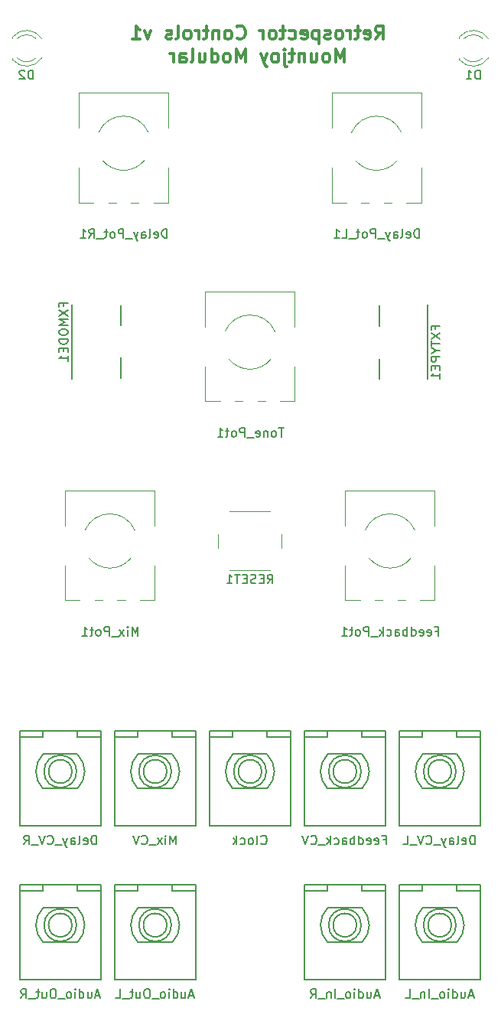
<source format=gbr>
G04 #@! TF.GenerationSoftware,KiCad,Pcbnew,(5.1.5)-3*
G04 #@! TF.CreationDate,2020-10-12T14:36:57+01:00*
G04 #@! TF.ProjectId,Retrospector_Controls,52657472-6f73-4706-9563-746f725f436f,rev?*
G04 #@! TF.SameCoordinates,Original*
G04 #@! TF.FileFunction,Legend,Bot*
G04 #@! TF.FilePolarity,Positive*
%FSLAX46Y46*%
G04 Gerber Fmt 4.6, Leading zero omitted, Abs format (unit mm)*
G04 Created by KiCad (PCBNEW (5.1.5)-3) date 2020-10-12 14:36:57*
%MOMM*%
%LPD*%
G04 APERTURE LIST*
%ADD10C,0.300000*%
%ADD11C,0.150000*%
%ADD12C,0.120000*%
G04 APERTURE END LIST*
D10*
X143900000Y-53003571D02*
X144400000Y-52289285D01*
X144757142Y-53003571D02*
X144757142Y-51503571D01*
X144185714Y-51503571D01*
X144042857Y-51575000D01*
X143971428Y-51646428D01*
X143900000Y-51789285D01*
X143900000Y-52003571D01*
X143971428Y-52146428D01*
X144042857Y-52217857D01*
X144185714Y-52289285D01*
X144757142Y-52289285D01*
X142685714Y-52932142D02*
X142828571Y-53003571D01*
X143114285Y-53003571D01*
X143257142Y-52932142D01*
X143328571Y-52789285D01*
X143328571Y-52217857D01*
X143257142Y-52075000D01*
X143114285Y-52003571D01*
X142828571Y-52003571D01*
X142685714Y-52075000D01*
X142614285Y-52217857D01*
X142614285Y-52360714D01*
X143328571Y-52503571D01*
X142185714Y-52003571D02*
X141614285Y-52003571D01*
X141971428Y-51503571D02*
X141971428Y-52789285D01*
X141900000Y-52932142D01*
X141757142Y-53003571D01*
X141614285Y-53003571D01*
X141114285Y-53003571D02*
X141114285Y-52003571D01*
X141114285Y-52289285D02*
X141042857Y-52146428D01*
X140971428Y-52075000D01*
X140828571Y-52003571D01*
X140685714Y-52003571D01*
X139971428Y-53003571D02*
X140114285Y-52932142D01*
X140185714Y-52860714D01*
X140257142Y-52717857D01*
X140257142Y-52289285D01*
X140185714Y-52146428D01*
X140114285Y-52075000D01*
X139971428Y-52003571D01*
X139757142Y-52003571D01*
X139614285Y-52075000D01*
X139542857Y-52146428D01*
X139471428Y-52289285D01*
X139471428Y-52717857D01*
X139542857Y-52860714D01*
X139614285Y-52932142D01*
X139757142Y-53003571D01*
X139971428Y-53003571D01*
X138900000Y-52932142D02*
X138757142Y-53003571D01*
X138471428Y-53003571D01*
X138328571Y-52932142D01*
X138257142Y-52789285D01*
X138257142Y-52717857D01*
X138328571Y-52575000D01*
X138471428Y-52503571D01*
X138685714Y-52503571D01*
X138828571Y-52432142D01*
X138900000Y-52289285D01*
X138900000Y-52217857D01*
X138828571Y-52075000D01*
X138685714Y-52003571D01*
X138471428Y-52003571D01*
X138328571Y-52075000D01*
X137614285Y-52003571D02*
X137614285Y-53503571D01*
X137614285Y-52075000D02*
X137471428Y-52003571D01*
X137185714Y-52003571D01*
X137042857Y-52075000D01*
X136971428Y-52146428D01*
X136900000Y-52289285D01*
X136900000Y-52717857D01*
X136971428Y-52860714D01*
X137042857Y-52932142D01*
X137185714Y-53003571D01*
X137471428Y-53003571D01*
X137614285Y-52932142D01*
X135685714Y-52932142D02*
X135828571Y-53003571D01*
X136114285Y-53003571D01*
X136257142Y-52932142D01*
X136328571Y-52789285D01*
X136328571Y-52217857D01*
X136257142Y-52075000D01*
X136114285Y-52003571D01*
X135828571Y-52003571D01*
X135685714Y-52075000D01*
X135614285Y-52217857D01*
X135614285Y-52360714D01*
X136328571Y-52503571D01*
X134328571Y-52932142D02*
X134471428Y-53003571D01*
X134757142Y-53003571D01*
X134900000Y-52932142D01*
X134971428Y-52860714D01*
X135042857Y-52717857D01*
X135042857Y-52289285D01*
X134971428Y-52146428D01*
X134900000Y-52075000D01*
X134757142Y-52003571D01*
X134471428Y-52003571D01*
X134328571Y-52075000D01*
X133900000Y-52003571D02*
X133328571Y-52003571D01*
X133685714Y-51503571D02*
X133685714Y-52789285D01*
X133614285Y-52932142D01*
X133471428Y-53003571D01*
X133328571Y-53003571D01*
X132614285Y-53003571D02*
X132757142Y-52932142D01*
X132828571Y-52860714D01*
X132900000Y-52717857D01*
X132900000Y-52289285D01*
X132828571Y-52146428D01*
X132757142Y-52075000D01*
X132614285Y-52003571D01*
X132400000Y-52003571D01*
X132257142Y-52075000D01*
X132185714Y-52146428D01*
X132114285Y-52289285D01*
X132114285Y-52717857D01*
X132185714Y-52860714D01*
X132257142Y-52932142D01*
X132400000Y-53003571D01*
X132614285Y-53003571D01*
X131471428Y-53003571D02*
X131471428Y-52003571D01*
X131471428Y-52289285D02*
X131400000Y-52146428D01*
X131328571Y-52075000D01*
X131185714Y-52003571D01*
X131042857Y-52003571D01*
X128542857Y-52860714D02*
X128614285Y-52932142D01*
X128828571Y-53003571D01*
X128971428Y-53003571D01*
X129185714Y-52932142D01*
X129328571Y-52789285D01*
X129400000Y-52646428D01*
X129471428Y-52360714D01*
X129471428Y-52146428D01*
X129400000Y-51860714D01*
X129328571Y-51717857D01*
X129185714Y-51575000D01*
X128971428Y-51503571D01*
X128828571Y-51503571D01*
X128614285Y-51575000D01*
X128542857Y-51646428D01*
X127685714Y-53003571D02*
X127828571Y-52932142D01*
X127900000Y-52860714D01*
X127971428Y-52717857D01*
X127971428Y-52289285D01*
X127900000Y-52146428D01*
X127828571Y-52075000D01*
X127685714Y-52003571D01*
X127471428Y-52003571D01*
X127328571Y-52075000D01*
X127257142Y-52146428D01*
X127185714Y-52289285D01*
X127185714Y-52717857D01*
X127257142Y-52860714D01*
X127328571Y-52932142D01*
X127471428Y-53003571D01*
X127685714Y-53003571D01*
X126542857Y-52003571D02*
X126542857Y-53003571D01*
X126542857Y-52146428D02*
X126471428Y-52075000D01*
X126328571Y-52003571D01*
X126114285Y-52003571D01*
X125971428Y-52075000D01*
X125900000Y-52217857D01*
X125900000Y-53003571D01*
X125400000Y-52003571D02*
X124828571Y-52003571D01*
X125185714Y-51503571D02*
X125185714Y-52789285D01*
X125114285Y-52932142D01*
X124971428Y-53003571D01*
X124828571Y-53003571D01*
X124328571Y-53003571D02*
X124328571Y-52003571D01*
X124328571Y-52289285D02*
X124257142Y-52146428D01*
X124185714Y-52075000D01*
X124042857Y-52003571D01*
X123900000Y-52003571D01*
X123185714Y-53003571D02*
X123328571Y-52932142D01*
X123400000Y-52860714D01*
X123471428Y-52717857D01*
X123471428Y-52289285D01*
X123400000Y-52146428D01*
X123328571Y-52075000D01*
X123185714Y-52003571D01*
X122971428Y-52003571D01*
X122828571Y-52075000D01*
X122757142Y-52146428D01*
X122685714Y-52289285D01*
X122685714Y-52717857D01*
X122757142Y-52860714D01*
X122828571Y-52932142D01*
X122971428Y-53003571D01*
X123185714Y-53003571D01*
X121828571Y-53003571D02*
X121971428Y-52932142D01*
X122042857Y-52789285D01*
X122042857Y-51503571D01*
X121328571Y-52932142D02*
X121185714Y-53003571D01*
X120900000Y-53003571D01*
X120757142Y-52932142D01*
X120685714Y-52789285D01*
X120685714Y-52717857D01*
X120757142Y-52575000D01*
X120900000Y-52503571D01*
X121114285Y-52503571D01*
X121257142Y-52432142D01*
X121328571Y-52289285D01*
X121328571Y-52217857D01*
X121257142Y-52075000D01*
X121114285Y-52003571D01*
X120900000Y-52003571D01*
X120757142Y-52075000D01*
X119042857Y-52003571D02*
X118685714Y-53003571D01*
X118328571Y-52003571D01*
X116971428Y-53003571D02*
X117828571Y-53003571D01*
X117400000Y-53003571D02*
X117400000Y-51503571D01*
X117542857Y-51717857D01*
X117685714Y-51860714D01*
X117828571Y-51932142D01*
X140471428Y-55553571D02*
X140471428Y-54053571D01*
X139971428Y-55125000D01*
X139471428Y-54053571D01*
X139471428Y-55553571D01*
X138542857Y-55553571D02*
X138685714Y-55482142D01*
X138757142Y-55410714D01*
X138828571Y-55267857D01*
X138828571Y-54839285D01*
X138757142Y-54696428D01*
X138685714Y-54625000D01*
X138542857Y-54553571D01*
X138328571Y-54553571D01*
X138185714Y-54625000D01*
X138114285Y-54696428D01*
X138042857Y-54839285D01*
X138042857Y-55267857D01*
X138114285Y-55410714D01*
X138185714Y-55482142D01*
X138328571Y-55553571D01*
X138542857Y-55553571D01*
X136757142Y-54553571D02*
X136757142Y-55553571D01*
X137400000Y-54553571D02*
X137400000Y-55339285D01*
X137328571Y-55482142D01*
X137185714Y-55553571D01*
X136971428Y-55553571D01*
X136828571Y-55482142D01*
X136757142Y-55410714D01*
X136042857Y-54553571D02*
X136042857Y-55553571D01*
X136042857Y-54696428D02*
X135971428Y-54625000D01*
X135828571Y-54553571D01*
X135614285Y-54553571D01*
X135471428Y-54625000D01*
X135400000Y-54767857D01*
X135400000Y-55553571D01*
X134900000Y-54553571D02*
X134328571Y-54553571D01*
X134685714Y-54053571D02*
X134685714Y-55339285D01*
X134614285Y-55482142D01*
X134471428Y-55553571D01*
X134328571Y-55553571D01*
X133828571Y-54553571D02*
X133828571Y-55839285D01*
X133900000Y-55982142D01*
X134042857Y-56053571D01*
X134114285Y-56053571D01*
X133828571Y-54053571D02*
X133900000Y-54125000D01*
X133828571Y-54196428D01*
X133757142Y-54125000D01*
X133828571Y-54053571D01*
X133828571Y-54196428D01*
X132900000Y-55553571D02*
X133042857Y-55482142D01*
X133114285Y-55410714D01*
X133185714Y-55267857D01*
X133185714Y-54839285D01*
X133114285Y-54696428D01*
X133042857Y-54625000D01*
X132900000Y-54553571D01*
X132685714Y-54553571D01*
X132542857Y-54625000D01*
X132471428Y-54696428D01*
X132400000Y-54839285D01*
X132400000Y-55267857D01*
X132471428Y-55410714D01*
X132542857Y-55482142D01*
X132685714Y-55553571D01*
X132900000Y-55553571D01*
X131900000Y-54553571D02*
X131542857Y-55553571D01*
X131185714Y-54553571D02*
X131542857Y-55553571D01*
X131685714Y-55910714D01*
X131757142Y-55982142D01*
X131900000Y-56053571D01*
X129471428Y-55553571D02*
X129471428Y-54053571D01*
X128971428Y-55125000D01*
X128471428Y-54053571D01*
X128471428Y-55553571D01*
X127542857Y-55553571D02*
X127685714Y-55482142D01*
X127757142Y-55410714D01*
X127828571Y-55267857D01*
X127828571Y-54839285D01*
X127757142Y-54696428D01*
X127685714Y-54625000D01*
X127542857Y-54553571D01*
X127328571Y-54553571D01*
X127185714Y-54625000D01*
X127114285Y-54696428D01*
X127042857Y-54839285D01*
X127042857Y-55267857D01*
X127114285Y-55410714D01*
X127185714Y-55482142D01*
X127328571Y-55553571D01*
X127542857Y-55553571D01*
X125757142Y-55553571D02*
X125757142Y-54053571D01*
X125757142Y-55482142D02*
X125900000Y-55553571D01*
X126185714Y-55553571D01*
X126328571Y-55482142D01*
X126400000Y-55410714D01*
X126471428Y-55267857D01*
X126471428Y-54839285D01*
X126400000Y-54696428D01*
X126328571Y-54625000D01*
X126185714Y-54553571D01*
X125900000Y-54553571D01*
X125757142Y-54625000D01*
X124400000Y-54553571D02*
X124400000Y-55553571D01*
X125042857Y-54553571D02*
X125042857Y-55339285D01*
X124971428Y-55482142D01*
X124828571Y-55553571D01*
X124614285Y-55553571D01*
X124471428Y-55482142D01*
X124400000Y-55410714D01*
X123471428Y-55553571D02*
X123614285Y-55482142D01*
X123685714Y-55339285D01*
X123685714Y-54053571D01*
X122257142Y-55553571D02*
X122257142Y-54767857D01*
X122328571Y-54625000D01*
X122471428Y-54553571D01*
X122757142Y-54553571D01*
X122900000Y-54625000D01*
X122257142Y-55482142D02*
X122400000Y-55553571D01*
X122757142Y-55553571D01*
X122900000Y-55482142D01*
X122971428Y-55339285D01*
X122971428Y-55196428D01*
X122900000Y-55053571D01*
X122757142Y-54982142D01*
X122400000Y-54982142D01*
X122257142Y-54910714D01*
X121542857Y-55553571D02*
X121542857Y-54553571D01*
X121542857Y-54839285D02*
X121471428Y-54696428D01*
X121400000Y-54625000D01*
X121257142Y-54553571D01*
X121114285Y-54553571D01*
D11*
X110300000Y-151000000D02*
G75*
G03X110300000Y-151000000I-1300000J0D01*
G01*
X104500000Y-157000000D02*
X113500000Y-157000000D01*
X104500000Y-146500000D02*
X113500000Y-146500000D01*
X104500000Y-157000000D02*
X104500000Y-146500000D01*
X113500000Y-157000000D02*
X113500000Y-146500000D01*
X110796051Y-151000000D02*
G75*
G03X110796051Y-151000000I-1796051J0D01*
G01*
X107095000Y-152905000D02*
X110905000Y-152905000D01*
X110905000Y-149095000D02*
X107095000Y-149095000D01*
X107095000Y-152905000D02*
G75*
G02X107095000Y-149095000I1905000J1905000D01*
G01*
X110905000Y-149095000D02*
G75*
G02X110905000Y-152905000I-1905000J-1905000D01*
G01*
X110905000Y-147190000D02*
X113445000Y-147190000D01*
X110905000Y-146555000D02*
X110905000Y-147190000D01*
X107095000Y-146555000D02*
X110905000Y-146555000D01*
X107095000Y-147190000D02*
X107095000Y-146555000D01*
X104555000Y-147190000D02*
X107095000Y-147190000D01*
X120800000Y-134000000D02*
G75*
G03X120800000Y-134000000I-1300000J0D01*
G01*
X115000000Y-140000000D02*
X124000000Y-140000000D01*
X115000000Y-129500000D02*
X124000000Y-129500000D01*
X115000000Y-140000000D02*
X115000000Y-129500000D01*
X124000000Y-140000000D02*
X124000000Y-129500000D01*
X121296051Y-134000000D02*
G75*
G03X121296051Y-134000000I-1796051J0D01*
G01*
X117595000Y-135905000D02*
X121405000Y-135905000D01*
X121405000Y-132095000D02*
X117595000Y-132095000D01*
X117595000Y-135905000D02*
G75*
G02X117595000Y-132095000I1905000J1905000D01*
G01*
X121405000Y-132095000D02*
G75*
G02X121405000Y-135905000I-1905000J-1905000D01*
G01*
X121405000Y-130190000D02*
X123945000Y-130190000D01*
X121405000Y-129555000D02*
X121405000Y-130190000D01*
X117595000Y-129555000D02*
X121405000Y-129555000D01*
X117595000Y-130190000D02*
X117595000Y-129555000D01*
X115055000Y-130190000D02*
X117595000Y-130190000D01*
X141800000Y-134000000D02*
G75*
G03X141800000Y-134000000I-1300000J0D01*
G01*
X136000000Y-140000000D02*
X145000000Y-140000000D01*
X136000000Y-129500000D02*
X145000000Y-129500000D01*
X136000000Y-140000000D02*
X136000000Y-129500000D01*
X145000000Y-140000000D02*
X145000000Y-129500000D01*
X142296051Y-134000000D02*
G75*
G03X142296051Y-134000000I-1796051J0D01*
G01*
X138595000Y-135905000D02*
X142405000Y-135905000D01*
X142405000Y-132095000D02*
X138595000Y-132095000D01*
X138595000Y-135905000D02*
G75*
G02X138595000Y-132095000I1905000J1905000D01*
G01*
X142405000Y-132095000D02*
G75*
G02X142405000Y-135905000I-1905000J-1905000D01*
G01*
X142405000Y-130190000D02*
X144945000Y-130190000D01*
X142405000Y-129555000D02*
X142405000Y-130190000D01*
X138595000Y-129555000D02*
X142405000Y-129555000D01*
X138595000Y-130190000D02*
X138595000Y-129555000D01*
X136055000Y-130190000D02*
X138595000Y-130190000D01*
D12*
X127750000Y-105250000D02*
X132250000Y-105250000D01*
X126500000Y-109250000D02*
X126500000Y-107750000D01*
X132250000Y-111750000D02*
X127750000Y-111750000D01*
X133500000Y-107750000D02*
X133500000Y-109250000D01*
D11*
X110300000Y-134000000D02*
G75*
G03X110300000Y-134000000I-1300000J0D01*
G01*
X104500000Y-140000000D02*
X113500000Y-140000000D01*
X104500000Y-129500000D02*
X113500000Y-129500000D01*
X104500000Y-140000000D02*
X104500000Y-129500000D01*
X113500000Y-140000000D02*
X113500000Y-129500000D01*
X110796051Y-134000000D02*
G75*
G03X110796051Y-134000000I-1796051J0D01*
G01*
X107095000Y-135905000D02*
X110905000Y-135905000D01*
X110905000Y-132095000D02*
X107095000Y-132095000D01*
X107095000Y-135905000D02*
G75*
G02X107095000Y-132095000I1905000J1905000D01*
G01*
X110905000Y-132095000D02*
G75*
G02X110905000Y-135905000I-1905000J-1905000D01*
G01*
X110905000Y-130190000D02*
X113445000Y-130190000D01*
X110905000Y-129555000D02*
X110905000Y-130190000D01*
X107095000Y-129555000D02*
X110905000Y-129555000D01*
X107095000Y-130190000D02*
X107095000Y-129555000D01*
X104555000Y-130190000D02*
X107095000Y-130190000D01*
X115681000Y-88201800D02*
X115681000Y-90501800D01*
X115681000Y-82409800D02*
X115681000Y-84609800D01*
X110319000Y-82384400D02*
X110319000Y-90551800D01*
X144319000Y-84746000D02*
X144319000Y-82446000D01*
X144319000Y-90538000D02*
X144319000Y-88338000D01*
X149681000Y-90563400D02*
X149681000Y-82396000D01*
D12*
X120961000Y-58940000D02*
X111040000Y-58940000D01*
X112675000Y-71060000D02*
X111040000Y-71060000D01*
X115175000Y-71060000D02*
X114325000Y-71060000D01*
X117675000Y-71060000D02*
X116825000Y-71060000D01*
X120961000Y-71060000D02*
X119325000Y-71060000D01*
X111040000Y-62805000D02*
X111040000Y-58940000D01*
X111040000Y-71060000D02*
X111040000Y-67194000D01*
X120961000Y-62805000D02*
X120961000Y-58940000D01*
X120961000Y-71060000D02*
X120961000Y-67194000D01*
X113702247Y-66428295D02*
G75*
G03X118298000Y-66428000I2297753J1928295D01*
G01*
X118762432Y-63328018D02*
G75*
G03X113238000Y-63327000I-2762432J-1171982D01*
G01*
X148961000Y-58940000D02*
X139040000Y-58940000D01*
X140675000Y-71060000D02*
X139040000Y-71060000D01*
X143175000Y-71060000D02*
X142325000Y-71060000D01*
X145675000Y-71060000D02*
X144825000Y-71060000D01*
X148961000Y-71060000D02*
X147325000Y-71060000D01*
X139040000Y-62805000D02*
X139040000Y-58940000D01*
X139040000Y-71060000D02*
X139040000Y-67194000D01*
X148961000Y-62805000D02*
X148961000Y-58940000D01*
X148961000Y-71060000D02*
X148961000Y-67194000D01*
X141702247Y-66428295D02*
G75*
G03X146298000Y-66428000I2297753J1928295D01*
G01*
X146762432Y-63328018D02*
G75*
G03X141238000Y-63327000I-2762432J-1171982D01*
G01*
X150461000Y-102940000D02*
X140540000Y-102940000D01*
X142175000Y-115060000D02*
X140540000Y-115060000D01*
X144675000Y-115060000D02*
X143825000Y-115060000D01*
X147175000Y-115060000D02*
X146325000Y-115060000D01*
X150461000Y-115060000D02*
X148825000Y-115060000D01*
X140540000Y-106805000D02*
X140540000Y-102940000D01*
X140540000Y-115060000D02*
X140540000Y-111194000D01*
X150461000Y-106805000D02*
X150461000Y-102940000D01*
X150461000Y-115060000D02*
X150461000Y-111194000D01*
X143202247Y-110428295D02*
G75*
G03X147798000Y-110428000I2297753J1928295D01*
G01*
X148262432Y-107328018D02*
G75*
G03X142738000Y-107327000I-2762432J-1171982D01*
G01*
X134961000Y-80940000D02*
X125040000Y-80940000D01*
X126675000Y-93060000D02*
X125040000Y-93060000D01*
X129175000Y-93060000D02*
X128325000Y-93060000D01*
X131675000Y-93060000D02*
X130825000Y-93060000D01*
X134961000Y-93060000D02*
X133325000Y-93060000D01*
X125040000Y-84805000D02*
X125040000Y-80940000D01*
X125040000Y-93060000D02*
X125040000Y-89194000D01*
X134961000Y-84805000D02*
X134961000Y-80940000D01*
X134961000Y-93060000D02*
X134961000Y-89194000D01*
X127702247Y-88428295D02*
G75*
G03X132298000Y-88428000I2297753J1928295D01*
G01*
X132762432Y-85328018D02*
G75*
G03X127238000Y-85327000I-2762432J-1171982D01*
G01*
X119461000Y-102940000D02*
X109540000Y-102940000D01*
X111175000Y-115060000D02*
X109540000Y-115060000D01*
X113675000Y-115060000D02*
X112825000Y-115060000D01*
X116175000Y-115060000D02*
X115325000Y-115060000D01*
X119461000Y-115060000D02*
X117825000Y-115060000D01*
X109540000Y-106805000D02*
X109540000Y-102940000D01*
X109540000Y-115060000D02*
X109540000Y-111194000D01*
X119461000Y-106805000D02*
X119461000Y-102940000D01*
X119461000Y-115060000D02*
X119461000Y-111194000D01*
X112202247Y-110428295D02*
G75*
G03X116798000Y-110428000I2297753J1928295D01*
G01*
X117262432Y-107328018D02*
G75*
G03X111738000Y-107327000I-2762432J-1171982D01*
G01*
D11*
X120800000Y-151000000D02*
G75*
G03X120800000Y-151000000I-1300000J0D01*
G01*
X115000000Y-157000000D02*
X124000000Y-157000000D01*
X115000000Y-146500000D02*
X124000000Y-146500000D01*
X115000000Y-157000000D02*
X115000000Y-146500000D01*
X124000000Y-157000000D02*
X124000000Y-146500000D01*
X121296051Y-151000000D02*
G75*
G03X121296051Y-151000000I-1796051J0D01*
G01*
X117595000Y-152905000D02*
X121405000Y-152905000D01*
X121405000Y-149095000D02*
X117595000Y-149095000D01*
X117595000Y-152905000D02*
G75*
G02X117595000Y-149095000I1905000J1905000D01*
G01*
X121405000Y-149095000D02*
G75*
G02X121405000Y-152905000I-1905000J-1905000D01*
G01*
X121405000Y-147190000D02*
X123945000Y-147190000D01*
X121405000Y-146555000D02*
X121405000Y-147190000D01*
X117595000Y-146555000D02*
X121405000Y-146555000D01*
X117595000Y-147190000D02*
X117595000Y-146555000D01*
X115055000Y-147190000D02*
X117595000Y-147190000D01*
X141800000Y-151000000D02*
G75*
G03X141800000Y-151000000I-1300000J0D01*
G01*
X136000000Y-157000000D02*
X145000000Y-157000000D01*
X136000000Y-146500000D02*
X145000000Y-146500000D01*
X136000000Y-157000000D02*
X136000000Y-146500000D01*
X145000000Y-157000000D02*
X145000000Y-146500000D01*
X142296051Y-151000000D02*
G75*
G03X142296051Y-151000000I-1796051J0D01*
G01*
X138595000Y-152905000D02*
X142405000Y-152905000D01*
X142405000Y-149095000D02*
X138595000Y-149095000D01*
X138595000Y-152905000D02*
G75*
G02X138595000Y-149095000I1905000J1905000D01*
G01*
X142405000Y-149095000D02*
G75*
G02X142405000Y-152905000I-1905000J-1905000D01*
G01*
X142405000Y-147190000D02*
X144945000Y-147190000D01*
X142405000Y-146555000D02*
X142405000Y-147190000D01*
X138595000Y-146555000D02*
X142405000Y-146555000D01*
X138595000Y-147190000D02*
X138595000Y-146555000D01*
X136055000Y-147190000D02*
X138595000Y-147190000D01*
X131300000Y-134000000D02*
G75*
G03X131300000Y-134000000I-1300000J0D01*
G01*
X125500000Y-140000000D02*
X134500000Y-140000000D01*
X125500000Y-129500000D02*
X134500000Y-129500000D01*
X125500000Y-140000000D02*
X125500000Y-129500000D01*
X134500000Y-140000000D02*
X134500000Y-129500000D01*
X131796051Y-134000000D02*
G75*
G03X131796051Y-134000000I-1796051J0D01*
G01*
X128095000Y-135905000D02*
X131905000Y-135905000D01*
X131905000Y-132095000D02*
X128095000Y-132095000D01*
X128095000Y-135905000D02*
G75*
G02X128095000Y-132095000I1905000J1905000D01*
G01*
X131905000Y-132095000D02*
G75*
G02X131905000Y-135905000I-1905000J-1905000D01*
G01*
X131905000Y-130190000D02*
X134445000Y-130190000D01*
X131905000Y-129555000D02*
X131905000Y-130190000D01*
X128095000Y-129555000D02*
X131905000Y-129555000D01*
X128095000Y-130190000D02*
X128095000Y-129555000D01*
X125555000Y-130190000D02*
X128095000Y-130190000D01*
X152300000Y-134000000D02*
G75*
G03X152300000Y-134000000I-1300000J0D01*
G01*
X146500000Y-140000000D02*
X155500000Y-140000000D01*
X146500000Y-129500000D02*
X155500000Y-129500000D01*
X146500000Y-140000000D02*
X146500000Y-129500000D01*
X155500000Y-140000000D02*
X155500000Y-129500000D01*
X152796051Y-134000000D02*
G75*
G03X152796051Y-134000000I-1796051J0D01*
G01*
X149095000Y-135905000D02*
X152905000Y-135905000D01*
X152905000Y-132095000D02*
X149095000Y-132095000D01*
X149095000Y-135905000D02*
G75*
G02X149095000Y-132095000I1905000J1905000D01*
G01*
X152905000Y-132095000D02*
G75*
G02X152905000Y-135905000I-1905000J-1905000D01*
G01*
X152905000Y-130190000D02*
X155445000Y-130190000D01*
X152905000Y-129555000D02*
X152905000Y-130190000D01*
X149095000Y-129555000D02*
X152905000Y-129555000D01*
X149095000Y-130190000D02*
X149095000Y-129555000D01*
X146555000Y-130190000D02*
X149095000Y-130190000D01*
X152300000Y-151000000D02*
G75*
G03X152300000Y-151000000I-1300000J0D01*
G01*
X146500000Y-157000000D02*
X155500000Y-157000000D01*
X146500000Y-146500000D02*
X155500000Y-146500000D01*
X146500000Y-157000000D02*
X146500000Y-146500000D01*
X155500000Y-157000000D02*
X155500000Y-146500000D01*
X152796051Y-151000000D02*
G75*
G03X152796051Y-151000000I-1796051J0D01*
G01*
X149095000Y-152905000D02*
X152905000Y-152905000D01*
X152905000Y-149095000D02*
X149095000Y-149095000D01*
X149095000Y-152905000D02*
G75*
G02X149095000Y-149095000I1905000J1905000D01*
G01*
X152905000Y-149095000D02*
G75*
G02X152905000Y-152905000I-1905000J-1905000D01*
G01*
X152905000Y-147190000D02*
X155445000Y-147190000D01*
X152905000Y-146555000D02*
X152905000Y-147190000D01*
X149095000Y-146555000D02*
X152905000Y-146555000D01*
X149095000Y-147190000D02*
X149095000Y-146555000D01*
X146555000Y-147190000D02*
X149095000Y-147190000D01*
D12*
X106942335Y-55078608D02*
G75*
G02X103710000Y-55235516I-1672335J1078608D01*
G01*
X106942335Y-52921392D02*
G75*
G03X103710000Y-52764484I-1672335J-1078608D01*
G01*
X106311130Y-55079837D02*
G75*
G02X104229039Y-55080000I-1041130J1079837D01*
G01*
X106311130Y-52920163D02*
G75*
G03X104229039Y-52920000I-1041130J-1079837D01*
G01*
X103710000Y-55236000D02*
X103710000Y-55080000D01*
X103710000Y-52920000D02*
X103710000Y-52764000D01*
X156392335Y-55078608D02*
G75*
G02X153160000Y-55235516I-1672335J1078608D01*
G01*
X156392335Y-52921392D02*
G75*
G03X153160000Y-52764484I-1672335J-1078608D01*
G01*
X155761130Y-55079837D02*
G75*
G02X153679039Y-55080000I-1041130J1079837D01*
G01*
X155761130Y-52920163D02*
G75*
G03X153679039Y-52920000I-1041130J-1079837D01*
G01*
X153160000Y-55236000D02*
X153160000Y-55080000D01*
X153160000Y-52920000D02*
X153160000Y-52764000D01*
D11*
X113357142Y-158786666D02*
X112880952Y-158786666D01*
X113452380Y-159072380D02*
X113119047Y-158072380D01*
X112785714Y-159072380D01*
X112023809Y-158405714D02*
X112023809Y-159072380D01*
X112452380Y-158405714D02*
X112452380Y-158929523D01*
X112404761Y-159024761D01*
X112309523Y-159072380D01*
X112166666Y-159072380D01*
X112071428Y-159024761D01*
X112023809Y-158977142D01*
X111119047Y-159072380D02*
X111119047Y-158072380D01*
X111119047Y-159024761D02*
X111214285Y-159072380D01*
X111404761Y-159072380D01*
X111500000Y-159024761D01*
X111547619Y-158977142D01*
X111595238Y-158881904D01*
X111595238Y-158596190D01*
X111547619Y-158500952D01*
X111500000Y-158453333D01*
X111404761Y-158405714D01*
X111214285Y-158405714D01*
X111119047Y-158453333D01*
X110642857Y-159072380D02*
X110642857Y-158405714D01*
X110642857Y-158072380D02*
X110690476Y-158120000D01*
X110642857Y-158167619D01*
X110595238Y-158120000D01*
X110642857Y-158072380D01*
X110642857Y-158167619D01*
X110023809Y-159072380D02*
X110119047Y-159024761D01*
X110166666Y-158977142D01*
X110214285Y-158881904D01*
X110214285Y-158596190D01*
X110166666Y-158500952D01*
X110119047Y-158453333D01*
X110023809Y-158405714D01*
X109880952Y-158405714D01*
X109785714Y-158453333D01*
X109738095Y-158500952D01*
X109690476Y-158596190D01*
X109690476Y-158881904D01*
X109738095Y-158977142D01*
X109785714Y-159024761D01*
X109880952Y-159072380D01*
X110023809Y-159072380D01*
X109500000Y-159167619D02*
X108738095Y-159167619D01*
X108309523Y-158072380D02*
X108119047Y-158072380D01*
X108023809Y-158120000D01*
X107928571Y-158215238D01*
X107880952Y-158405714D01*
X107880952Y-158739047D01*
X107928571Y-158929523D01*
X108023809Y-159024761D01*
X108119047Y-159072380D01*
X108309523Y-159072380D01*
X108404761Y-159024761D01*
X108500000Y-158929523D01*
X108547619Y-158739047D01*
X108547619Y-158405714D01*
X108500000Y-158215238D01*
X108404761Y-158120000D01*
X108309523Y-158072380D01*
X107023809Y-158405714D02*
X107023809Y-159072380D01*
X107452380Y-158405714D02*
X107452380Y-158929523D01*
X107404761Y-159024761D01*
X107309523Y-159072380D01*
X107166666Y-159072380D01*
X107071428Y-159024761D01*
X107023809Y-158977142D01*
X106690476Y-158405714D02*
X106309523Y-158405714D01*
X106547619Y-158072380D02*
X106547619Y-158929523D01*
X106500000Y-159024761D01*
X106404761Y-159072380D01*
X106309523Y-159072380D01*
X106214285Y-159167619D02*
X105452380Y-159167619D01*
X104642857Y-159072380D02*
X104976190Y-158596190D01*
X105214285Y-159072380D02*
X105214285Y-158072380D01*
X104833333Y-158072380D01*
X104738095Y-158120000D01*
X104690476Y-158167619D01*
X104642857Y-158262857D01*
X104642857Y-158405714D01*
X104690476Y-158500952D01*
X104738095Y-158548571D01*
X104833333Y-158596190D01*
X105214285Y-158596190D01*
X121785714Y-142072380D02*
X121785714Y-141072380D01*
X121452380Y-141786666D01*
X121119047Y-141072380D01*
X121119047Y-142072380D01*
X120642857Y-142072380D02*
X120642857Y-141405714D01*
X120642857Y-141072380D02*
X120690476Y-141120000D01*
X120642857Y-141167619D01*
X120595238Y-141120000D01*
X120642857Y-141072380D01*
X120642857Y-141167619D01*
X120261904Y-142072380D02*
X119738095Y-141405714D01*
X120261904Y-141405714D02*
X119738095Y-142072380D01*
X119595238Y-142167619D02*
X118833333Y-142167619D01*
X118023809Y-141977142D02*
X118071428Y-142024761D01*
X118214285Y-142072380D01*
X118309523Y-142072380D01*
X118452380Y-142024761D01*
X118547619Y-141929523D01*
X118595238Y-141834285D01*
X118642857Y-141643809D01*
X118642857Y-141500952D01*
X118595238Y-141310476D01*
X118547619Y-141215238D01*
X118452380Y-141120000D01*
X118309523Y-141072380D01*
X118214285Y-141072380D01*
X118071428Y-141120000D01*
X118023809Y-141167619D01*
X117738095Y-141072380D02*
X117404761Y-142072380D01*
X117071428Y-141072380D01*
X144714285Y-141548571D02*
X145047619Y-141548571D01*
X145047619Y-142072380D02*
X145047619Y-141072380D01*
X144571428Y-141072380D01*
X143809523Y-142024761D02*
X143904761Y-142072380D01*
X144095238Y-142072380D01*
X144190476Y-142024761D01*
X144238095Y-141929523D01*
X144238095Y-141548571D01*
X144190476Y-141453333D01*
X144095238Y-141405714D01*
X143904761Y-141405714D01*
X143809523Y-141453333D01*
X143761904Y-141548571D01*
X143761904Y-141643809D01*
X144238095Y-141739047D01*
X142952380Y-142024761D02*
X143047619Y-142072380D01*
X143238095Y-142072380D01*
X143333333Y-142024761D01*
X143380952Y-141929523D01*
X143380952Y-141548571D01*
X143333333Y-141453333D01*
X143238095Y-141405714D01*
X143047619Y-141405714D01*
X142952380Y-141453333D01*
X142904761Y-141548571D01*
X142904761Y-141643809D01*
X143380952Y-141739047D01*
X142047619Y-142072380D02*
X142047619Y-141072380D01*
X142047619Y-142024761D02*
X142142857Y-142072380D01*
X142333333Y-142072380D01*
X142428571Y-142024761D01*
X142476190Y-141977142D01*
X142523809Y-141881904D01*
X142523809Y-141596190D01*
X142476190Y-141500952D01*
X142428571Y-141453333D01*
X142333333Y-141405714D01*
X142142857Y-141405714D01*
X142047619Y-141453333D01*
X141571428Y-142072380D02*
X141571428Y-141072380D01*
X141571428Y-141453333D02*
X141476190Y-141405714D01*
X141285714Y-141405714D01*
X141190476Y-141453333D01*
X141142857Y-141500952D01*
X141095238Y-141596190D01*
X141095238Y-141881904D01*
X141142857Y-141977142D01*
X141190476Y-142024761D01*
X141285714Y-142072380D01*
X141476190Y-142072380D01*
X141571428Y-142024761D01*
X140238095Y-142072380D02*
X140238095Y-141548571D01*
X140285714Y-141453333D01*
X140380952Y-141405714D01*
X140571428Y-141405714D01*
X140666666Y-141453333D01*
X140238095Y-142024761D02*
X140333333Y-142072380D01*
X140571428Y-142072380D01*
X140666666Y-142024761D01*
X140714285Y-141929523D01*
X140714285Y-141834285D01*
X140666666Y-141739047D01*
X140571428Y-141691428D01*
X140333333Y-141691428D01*
X140238095Y-141643809D01*
X139333333Y-142024761D02*
X139428571Y-142072380D01*
X139619047Y-142072380D01*
X139714285Y-142024761D01*
X139761904Y-141977142D01*
X139809523Y-141881904D01*
X139809523Y-141596190D01*
X139761904Y-141500952D01*
X139714285Y-141453333D01*
X139619047Y-141405714D01*
X139428571Y-141405714D01*
X139333333Y-141453333D01*
X138904761Y-142072380D02*
X138904761Y-141072380D01*
X138809523Y-141691428D02*
X138523809Y-142072380D01*
X138523809Y-141405714D02*
X138904761Y-141786666D01*
X138333333Y-142167619D02*
X137571428Y-142167619D01*
X136761904Y-141977142D02*
X136809523Y-142024761D01*
X136952380Y-142072380D01*
X137047619Y-142072380D01*
X137190476Y-142024761D01*
X137285714Y-141929523D01*
X137333333Y-141834285D01*
X137380952Y-141643809D01*
X137380952Y-141500952D01*
X137333333Y-141310476D01*
X137285714Y-141215238D01*
X137190476Y-141120000D01*
X137047619Y-141072380D01*
X136952380Y-141072380D01*
X136809523Y-141120000D01*
X136761904Y-141167619D01*
X136476190Y-141072380D02*
X136142857Y-142072380D01*
X135809523Y-141072380D01*
X131928571Y-113202380D02*
X132261904Y-112726190D01*
X132500000Y-113202380D02*
X132500000Y-112202380D01*
X132119047Y-112202380D01*
X132023809Y-112250000D01*
X131976190Y-112297619D01*
X131928571Y-112392857D01*
X131928571Y-112535714D01*
X131976190Y-112630952D01*
X132023809Y-112678571D01*
X132119047Y-112726190D01*
X132500000Y-112726190D01*
X131500000Y-112678571D02*
X131166666Y-112678571D01*
X131023809Y-113202380D02*
X131500000Y-113202380D01*
X131500000Y-112202380D01*
X131023809Y-112202380D01*
X130642857Y-113154761D02*
X130500000Y-113202380D01*
X130261904Y-113202380D01*
X130166666Y-113154761D01*
X130119047Y-113107142D01*
X130071428Y-113011904D01*
X130071428Y-112916666D01*
X130119047Y-112821428D01*
X130166666Y-112773809D01*
X130261904Y-112726190D01*
X130452380Y-112678571D01*
X130547619Y-112630952D01*
X130595238Y-112583333D01*
X130642857Y-112488095D01*
X130642857Y-112392857D01*
X130595238Y-112297619D01*
X130547619Y-112250000D01*
X130452380Y-112202380D01*
X130214285Y-112202380D01*
X130071428Y-112250000D01*
X129642857Y-112678571D02*
X129309523Y-112678571D01*
X129166666Y-113202380D02*
X129642857Y-113202380D01*
X129642857Y-112202380D01*
X129166666Y-112202380D01*
X128880952Y-112202380D02*
X128309523Y-112202380D01*
X128595238Y-113202380D02*
X128595238Y-112202380D01*
X127452380Y-113202380D02*
X128023809Y-113202380D01*
X127738095Y-113202380D02*
X127738095Y-112202380D01*
X127833333Y-112345238D01*
X127928571Y-112440476D01*
X128023809Y-112488095D01*
X112976190Y-142072380D02*
X112976190Y-141072380D01*
X112738095Y-141072380D01*
X112595238Y-141120000D01*
X112500000Y-141215238D01*
X112452380Y-141310476D01*
X112404761Y-141500952D01*
X112404761Y-141643809D01*
X112452380Y-141834285D01*
X112500000Y-141929523D01*
X112595238Y-142024761D01*
X112738095Y-142072380D01*
X112976190Y-142072380D01*
X111595238Y-142024761D02*
X111690476Y-142072380D01*
X111880952Y-142072380D01*
X111976190Y-142024761D01*
X112023809Y-141929523D01*
X112023809Y-141548571D01*
X111976190Y-141453333D01*
X111880952Y-141405714D01*
X111690476Y-141405714D01*
X111595238Y-141453333D01*
X111547619Y-141548571D01*
X111547619Y-141643809D01*
X112023809Y-141739047D01*
X110976190Y-142072380D02*
X111071428Y-142024761D01*
X111119047Y-141929523D01*
X111119047Y-141072380D01*
X110166666Y-142072380D02*
X110166666Y-141548571D01*
X110214285Y-141453333D01*
X110309523Y-141405714D01*
X110500000Y-141405714D01*
X110595238Y-141453333D01*
X110166666Y-142024761D02*
X110261904Y-142072380D01*
X110500000Y-142072380D01*
X110595238Y-142024761D01*
X110642857Y-141929523D01*
X110642857Y-141834285D01*
X110595238Y-141739047D01*
X110500000Y-141691428D01*
X110261904Y-141691428D01*
X110166666Y-141643809D01*
X109785714Y-141405714D02*
X109547619Y-142072380D01*
X109309523Y-141405714D02*
X109547619Y-142072380D01*
X109642857Y-142310476D01*
X109690476Y-142358095D01*
X109785714Y-142405714D01*
X109166666Y-142167619D02*
X108404761Y-142167619D01*
X107595238Y-141977142D02*
X107642857Y-142024761D01*
X107785714Y-142072380D01*
X107880952Y-142072380D01*
X108023809Y-142024761D01*
X108119047Y-141929523D01*
X108166666Y-141834285D01*
X108214285Y-141643809D01*
X108214285Y-141500952D01*
X108166666Y-141310476D01*
X108119047Y-141215238D01*
X108023809Y-141120000D01*
X107880952Y-141072380D01*
X107785714Y-141072380D01*
X107642857Y-141120000D01*
X107595238Y-141167619D01*
X107309523Y-141072380D02*
X106976190Y-142072380D01*
X106642857Y-141072380D01*
X106547619Y-142167619D02*
X105785714Y-142167619D01*
X104976190Y-142072380D02*
X105309523Y-141596190D01*
X105547619Y-142072380D02*
X105547619Y-141072380D01*
X105166666Y-141072380D01*
X105071428Y-141120000D01*
X105023809Y-141167619D01*
X104976190Y-141262857D01*
X104976190Y-141405714D01*
X105023809Y-141500952D01*
X105071428Y-141548571D01*
X105166666Y-141596190D01*
X105547619Y-141596190D01*
X109328571Y-82490657D02*
X109328571Y-82157323D01*
X109852380Y-82157323D02*
X108852380Y-82157323D01*
X108852380Y-82633514D01*
X108852380Y-82919228D02*
X109852380Y-83585895D01*
X108852380Y-83585895D02*
X109852380Y-82919228D01*
X109852380Y-83966847D02*
X108852380Y-83966847D01*
X109566666Y-84300180D01*
X108852380Y-84633514D01*
X109852380Y-84633514D01*
X108852380Y-85300180D02*
X108852380Y-85490657D01*
X108900000Y-85585895D01*
X108995238Y-85681133D01*
X109185714Y-85728752D01*
X109519047Y-85728752D01*
X109709523Y-85681133D01*
X109804761Y-85585895D01*
X109852380Y-85490657D01*
X109852380Y-85300180D01*
X109804761Y-85204942D01*
X109709523Y-85109704D01*
X109519047Y-85062085D01*
X109185714Y-85062085D01*
X108995238Y-85109704D01*
X108900000Y-85204942D01*
X108852380Y-85300180D01*
X109852380Y-86157323D02*
X108852380Y-86157323D01*
X108852380Y-86395419D01*
X108900000Y-86538276D01*
X108995238Y-86633514D01*
X109090476Y-86681133D01*
X109280952Y-86728752D01*
X109423809Y-86728752D01*
X109614285Y-86681133D01*
X109709523Y-86633514D01*
X109804761Y-86538276D01*
X109852380Y-86395419D01*
X109852380Y-86157323D01*
X109328571Y-87157323D02*
X109328571Y-87490657D01*
X109852380Y-87633514D02*
X109852380Y-87157323D01*
X108852380Y-87157323D01*
X108852380Y-87633514D01*
X109852380Y-88585895D02*
X109852380Y-88014466D01*
X109852380Y-88300180D02*
X108852380Y-88300180D01*
X108995238Y-88204942D01*
X109090476Y-88109704D01*
X109138095Y-88014466D01*
X150528571Y-85028571D02*
X150528571Y-84695238D01*
X151052380Y-84695238D02*
X150052380Y-84695238D01*
X150052380Y-85171428D01*
X150052380Y-85457142D02*
X151052380Y-86123809D01*
X150052380Y-86123809D02*
X151052380Y-85457142D01*
X150052380Y-86361904D02*
X150052380Y-86933333D01*
X151052380Y-86647619D02*
X150052380Y-86647619D01*
X150576190Y-87457142D02*
X151052380Y-87457142D01*
X150052380Y-87123809D02*
X150576190Y-87457142D01*
X150052380Y-87790476D01*
X151052380Y-88123809D02*
X150052380Y-88123809D01*
X150052380Y-88504761D01*
X150100000Y-88600000D01*
X150147619Y-88647619D01*
X150242857Y-88695238D01*
X150385714Y-88695238D01*
X150480952Y-88647619D01*
X150528571Y-88600000D01*
X150576190Y-88504761D01*
X150576190Y-88123809D01*
X150528571Y-89123809D02*
X150528571Y-89457142D01*
X151052380Y-89600000D02*
X151052380Y-89123809D01*
X150052380Y-89123809D01*
X150052380Y-89600000D01*
X151052380Y-90552380D02*
X151052380Y-89980952D01*
X151052380Y-90266666D02*
X150052380Y-90266666D01*
X150195238Y-90171428D01*
X150290476Y-90076190D01*
X150338095Y-89980952D01*
X120801904Y-74992380D02*
X120801904Y-73992380D01*
X120563809Y-73992380D01*
X120420952Y-74040000D01*
X120325714Y-74135238D01*
X120278095Y-74230476D01*
X120230476Y-74420952D01*
X120230476Y-74563809D01*
X120278095Y-74754285D01*
X120325714Y-74849523D01*
X120420952Y-74944761D01*
X120563809Y-74992380D01*
X120801904Y-74992380D01*
X119420952Y-74944761D02*
X119516190Y-74992380D01*
X119706666Y-74992380D01*
X119801904Y-74944761D01*
X119849523Y-74849523D01*
X119849523Y-74468571D01*
X119801904Y-74373333D01*
X119706666Y-74325714D01*
X119516190Y-74325714D01*
X119420952Y-74373333D01*
X119373333Y-74468571D01*
X119373333Y-74563809D01*
X119849523Y-74659047D01*
X118801904Y-74992380D02*
X118897142Y-74944761D01*
X118944761Y-74849523D01*
X118944761Y-73992380D01*
X117992380Y-74992380D02*
X117992380Y-74468571D01*
X118040000Y-74373333D01*
X118135238Y-74325714D01*
X118325714Y-74325714D01*
X118420952Y-74373333D01*
X117992380Y-74944761D02*
X118087619Y-74992380D01*
X118325714Y-74992380D01*
X118420952Y-74944761D01*
X118468571Y-74849523D01*
X118468571Y-74754285D01*
X118420952Y-74659047D01*
X118325714Y-74611428D01*
X118087619Y-74611428D01*
X117992380Y-74563809D01*
X117611428Y-74325714D02*
X117373333Y-74992380D01*
X117135238Y-74325714D02*
X117373333Y-74992380D01*
X117468571Y-75230476D01*
X117516190Y-75278095D01*
X117611428Y-75325714D01*
X116992380Y-75087619D02*
X116230476Y-75087619D01*
X115992380Y-74992380D02*
X115992380Y-73992380D01*
X115611428Y-73992380D01*
X115516190Y-74040000D01*
X115468571Y-74087619D01*
X115420952Y-74182857D01*
X115420952Y-74325714D01*
X115468571Y-74420952D01*
X115516190Y-74468571D01*
X115611428Y-74516190D01*
X115992380Y-74516190D01*
X114849523Y-74992380D02*
X114944761Y-74944761D01*
X114992380Y-74897142D01*
X115040000Y-74801904D01*
X115040000Y-74516190D01*
X114992380Y-74420952D01*
X114944761Y-74373333D01*
X114849523Y-74325714D01*
X114706666Y-74325714D01*
X114611428Y-74373333D01*
X114563809Y-74420952D01*
X114516190Y-74516190D01*
X114516190Y-74801904D01*
X114563809Y-74897142D01*
X114611428Y-74944761D01*
X114706666Y-74992380D01*
X114849523Y-74992380D01*
X114230476Y-74325714D02*
X113849523Y-74325714D01*
X114087619Y-73992380D02*
X114087619Y-74849523D01*
X114040000Y-74944761D01*
X113944761Y-74992380D01*
X113849523Y-74992380D01*
X113754285Y-75087619D02*
X112992380Y-75087619D01*
X112182857Y-74992380D02*
X112516190Y-74516190D01*
X112754285Y-74992380D02*
X112754285Y-73992380D01*
X112373333Y-73992380D01*
X112278095Y-74040000D01*
X112230476Y-74087619D01*
X112182857Y-74182857D01*
X112182857Y-74325714D01*
X112230476Y-74420952D01*
X112278095Y-74468571D01*
X112373333Y-74516190D01*
X112754285Y-74516190D01*
X111230476Y-74992380D02*
X111801904Y-74992380D01*
X111516190Y-74992380D02*
X111516190Y-73992380D01*
X111611428Y-74135238D01*
X111706666Y-74230476D01*
X111801904Y-74278095D01*
X148706666Y-74992380D02*
X148706666Y-73992380D01*
X148468571Y-73992380D01*
X148325714Y-74040000D01*
X148230476Y-74135238D01*
X148182857Y-74230476D01*
X148135238Y-74420952D01*
X148135238Y-74563809D01*
X148182857Y-74754285D01*
X148230476Y-74849523D01*
X148325714Y-74944761D01*
X148468571Y-74992380D01*
X148706666Y-74992380D01*
X147325714Y-74944761D02*
X147420952Y-74992380D01*
X147611428Y-74992380D01*
X147706666Y-74944761D01*
X147754285Y-74849523D01*
X147754285Y-74468571D01*
X147706666Y-74373333D01*
X147611428Y-74325714D01*
X147420952Y-74325714D01*
X147325714Y-74373333D01*
X147278095Y-74468571D01*
X147278095Y-74563809D01*
X147754285Y-74659047D01*
X146706666Y-74992380D02*
X146801904Y-74944761D01*
X146849523Y-74849523D01*
X146849523Y-73992380D01*
X145897142Y-74992380D02*
X145897142Y-74468571D01*
X145944761Y-74373333D01*
X146040000Y-74325714D01*
X146230476Y-74325714D01*
X146325714Y-74373333D01*
X145897142Y-74944761D02*
X145992380Y-74992380D01*
X146230476Y-74992380D01*
X146325714Y-74944761D01*
X146373333Y-74849523D01*
X146373333Y-74754285D01*
X146325714Y-74659047D01*
X146230476Y-74611428D01*
X145992380Y-74611428D01*
X145897142Y-74563809D01*
X145516190Y-74325714D02*
X145278095Y-74992380D01*
X145040000Y-74325714D02*
X145278095Y-74992380D01*
X145373333Y-75230476D01*
X145420952Y-75278095D01*
X145516190Y-75325714D01*
X144897142Y-75087619D02*
X144135238Y-75087619D01*
X143897142Y-74992380D02*
X143897142Y-73992380D01*
X143516190Y-73992380D01*
X143420952Y-74040000D01*
X143373333Y-74087619D01*
X143325714Y-74182857D01*
X143325714Y-74325714D01*
X143373333Y-74420952D01*
X143420952Y-74468571D01*
X143516190Y-74516190D01*
X143897142Y-74516190D01*
X142754285Y-74992380D02*
X142849523Y-74944761D01*
X142897142Y-74897142D01*
X142944761Y-74801904D01*
X142944761Y-74516190D01*
X142897142Y-74420952D01*
X142849523Y-74373333D01*
X142754285Y-74325714D01*
X142611428Y-74325714D01*
X142516190Y-74373333D01*
X142468571Y-74420952D01*
X142420952Y-74516190D01*
X142420952Y-74801904D01*
X142468571Y-74897142D01*
X142516190Y-74944761D01*
X142611428Y-74992380D01*
X142754285Y-74992380D01*
X142135238Y-74325714D02*
X141754285Y-74325714D01*
X141992380Y-73992380D02*
X141992380Y-74849523D01*
X141944761Y-74944761D01*
X141849523Y-74992380D01*
X141754285Y-74992380D01*
X141659047Y-75087619D02*
X140897142Y-75087619D01*
X140182857Y-74992380D02*
X140659047Y-74992380D01*
X140659047Y-73992380D01*
X139325714Y-74992380D02*
X139897142Y-74992380D01*
X139611428Y-74992380D02*
X139611428Y-73992380D01*
X139706666Y-74135238D01*
X139801904Y-74230476D01*
X139897142Y-74278095D01*
X150540000Y-118468571D02*
X150873333Y-118468571D01*
X150873333Y-118992380D02*
X150873333Y-117992380D01*
X150397142Y-117992380D01*
X149635238Y-118944761D02*
X149730476Y-118992380D01*
X149920952Y-118992380D01*
X150016190Y-118944761D01*
X150063809Y-118849523D01*
X150063809Y-118468571D01*
X150016190Y-118373333D01*
X149920952Y-118325714D01*
X149730476Y-118325714D01*
X149635238Y-118373333D01*
X149587619Y-118468571D01*
X149587619Y-118563809D01*
X150063809Y-118659047D01*
X148778095Y-118944761D02*
X148873333Y-118992380D01*
X149063809Y-118992380D01*
X149159047Y-118944761D01*
X149206666Y-118849523D01*
X149206666Y-118468571D01*
X149159047Y-118373333D01*
X149063809Y-118325714D01*
X148873333Y-118325714D01*
X148778095Y-118373333D01*
X148730476Y-118468571D01*
X148730476Y-118563809D01*
X149206666Y-118659047D01*
X147873333Y-118992380D02*
X147873333Y-117992380D01*
X147873333Y-118944761D02*
X147968571Y-118992380D01*
X148159047Y-118992380D01*
X148254285Y-118944761D01*
X148301904Y-118897142D01*
X148349523Y-118801904D01*
X148349523Y-118516190D01*
X148301904Y-118420952D01*
X148254285Y-118373333D01*
X148159047Y-118325714D01*
X147968571Y-118325714D01*
X147873333Y-118373333D01*
X147397142Y-118992380D02*
X147397142Y-117992380D01*
X147397142Y-118373333D02*
X147301904Y-118325714D01*
X147111428Y-118325714D01*
X147016190Y-118373333D01*
X146968571Y-118420952D01*
X146920952Y-118516190D01*
X146920952Y-118801904D01*
X146968571Y-118897142D01*
X147016190Y-118944761D01*
X147111428Y-118992380D01*
X147301904Y-118992380D01*
X147397142Y-118944761D01*
X146063809Y-118992380D02*
X146063809Y-118468571D01*
X146111428Y-118373333D01*
X146206666Y-118325714D01*
X146397142Y-118325714D01*
X146492380Y-118373333D01*
X146063809Y-118944761D02*
X146159047Y-118992380D01*
X146397142Y-118992380D01*
X146492380Y-118944761D01*
X146540000Y-118849523D01*
X146540000Y-118754285D01*
X146492380Y-118659047D01*
X146397142Y-118611428D01*
X146159047Y-118611428D01*
X146063809Y-118563809D01*
X145159047Y-118944761D02*
X145254285Y-118992380D01*
X145444761Y-118992380D01*
X145540000Y-118944761D01*
X145587619Y-118897142D01*
X145635238Y-118801904D01*
X145635238Y-118516190D01*
X145587619Y-118420952D01*
X145540000Y-118373333D01*
X145444761Y-118325714D01*
X145254285Y-118325714D01*
X145159047Y-118373333D01*
X144730476Y-118992380D02*
X144730476Y-117992380D01*
X144635238Y-118611428D02*
X144349523Y-118992380D01*
X144349523Y-118325714D02*
X144730476Y-118706666D01*
X144159047Y-119087619D02*
X143397142Y-119087619D01*
X143159047Y-118992380D02*
X143159047Y-117992380D01*
X142778095Y-117992380D01*
X142682857Y-118040000D01*
X142635238Y-118087619D01*
X142587619Y-118182857D01*
X142587619Y-118325714D01*
X142635238Y-118420952D01*
X142682857Y-118468571D01*
X142778095Y-118516190D01*
X143159047Y-118516190D01*
X142016190Y-118992380D02*
X142111428Y-118944761D01*
X142159047Y-118897142D01*
X142206666Y-118801904D01*
X142206666Y-118516190D01*
X142159047Y-118420952D01*
X142111428Y-118373333D01*
X142016190Y-118325714D01*
X141873333Y-118325714D01*
X141778095Y-118373333D01*
X141730476Y-118420952D01*
X141682857Y-118516190D01*
X141682857Y-118801904D01*
X141730476Y-118897142D01*
X141778095Y-118944761D01*
X141873333Y-118992380D01*
X142016190Y-118992380D01*
X141397142Y-118325714D02*
X141016190Y-118325714D01*
X141254285Y-117992380D02*
X141254285Y-118849523D01*
X141206666Y-118944761D01*
X141111428Y-118992380D01*
X141016190Y-118992380D01*
X140159047Y-118992380D02*
X140730476Y-118992380D01*
X140444761Y-118992380D02*
X140444761Y-117992380D01*
X140540000Y-118135238D01*
X140635238Y-118230476D01*
X140730476Y-118278095D01*
X133754285Y-95992380D02*
X133182857Y-95992380D01*
X133468571Y-96992380D02*
X133468571Y-95992380D01*
X132706666Y-96992380D02*
X132801904Y-96944761D01*
X132849523Y-96897142D01*
X132897142Y-96801904D01*
X132897142Y-96516190D01*
X132849523Y-96420952D01*
X132801904Y-96373333D01*
X132706666Y-96325714D01*
X132563809Y-96325714D01*
X132468571Y-96373333D01*
X132420952Y-96420952D01*
X132373333Y-96516190D01*
X132373333Y-96801904D01*
X132420952Y-96897142D01*
X132468571Y-96944761D01*
X132563809Y-96992380D01*
X132706666Y-96992380D01*
X131944761Y-96325714D02*
X131944761Y-96992380D01*
X131944761Y-96420952D02*
X131897142Y-96373333D01*
X131801904Y-96325714D01*
X131659047Y-96325714D01*
X131563809Y-96373333D01*
X131516190Y-96468571D01*
X131516190Y-96992380D01*
X130659047Y-96944761D02*
X130754285Y-96992380D01*
X130944761Y-96992380D01*
X131040000Y-96944761D01*
X131087619Y-96849523D01*
X131087619Y-96468571D01*
X131040000Y-96373333D01*
X130944761Y-96325714D01*
X130754285Y-96325714D01*
X130659047Y-96373333D01*
X130611428Y-96468571D01*
X130611428Y-96563809D01*
X131087619Y-96659047D01*
X130420952Y-97087619D02*
X129659047Y-97087619D01*
X129420952Y-96992380D02*
X129420952Y-95992380D01*
X129040000Y-95992380D01*
X128944761Y-96040000D01*
X128897142Y-96087619D01*
X128849523Y-96182857D01*
X128849523Y-96325714D01*
X128897142Y-96420952D01*
X128944761Y-96468571D01*
X129040000Y-96516190D01*
X129420952Y-96516190D01*
X128278095Y-96992380D02*
X128373333Y-96944761D01*
X128420952Y-96897142D01*
X128468571Y-96801904D01*
X128468571Y-96516190D01*
X128420952Y-96420952D01*
X128373333Y-96373333D01*
X128278095Y-96325714D01*
X128135238Y-96325714D01*
X128040000Y-96373333D01*
X127992380Y-96420952D01*
X127944761Y-96516190D01*
X127944761Y-96801904D01*
X127992380Y-96897142D01*
X128040000Y-96944761D01*
X128135238Y-96992380D01*
X128278095Y-96992380D01*
X127659047Y-96325714D02*
X127278095Y-96325714D01*
X127516190Y-95992380D02*
X127516190Y-96849523D01*
X127468571Y-96944761D01*
X127373333Y-96992380D01*
X127278095Y-96992380D01*
X126420952Y-96992380D02*
X126992380Y-96992380D01*
X126706666Y-96992380D02*
X126706666Y-95992380D01*
X126801904Y-96135238D01*
X126897142Y-96230476D01*
X126992380Y-96278095D01*
X117611428Y-118992380D02*
X117611428Y-117992380D01*
X117278095Y-118706666D01*
X116944761Y-117992380D01*
X116944761Y-118992380D01*
X116468571Y-118992380D02*
X116468571Y-118325714D01*
X116468571Y-117992380D02*
X116516190Y-118040000D01*
X116468571Y-118087619D01*
X116420952Y-118040000D01*
X116468571Y-117992380D01*
X116468571Y-118087619D01*
X116087619Y-118992380D02*
X115563809Y-118325714D01*
X116087619Y-118325714D02*
X115563809Y-118992380D01*
X115420952Y-119087619D02*
X114659047Y-119087619D01*
X114420952Y-118992380D02*
X114420952Y-117992380D01*
X114040000Y-117992380D01*
X113944761Y-118040000D01*
X113897142Y-118087619D01*
X113849523Y-118182857D01*
X113849523Y-118325714D01*
X113897142Y-118420952D01*
X113944761Y-118468571D01*
X114040000Y-118516190D01*
X114420952Y-118516190D01*
X113278095Y-118992380D02*
X113373333Y-118944761D01*
X113420952Y-118897142D01*
X113468571Y-118801904D01*
X113468571Y-118516190D01*
X113420952Y-118420952D01*
X113373333Y-118373333D01*
X113278095Y-118325714D01*
X113135238Y-118325714D01*
X113040000Y-118373333D01*
X112992380Y-118420952D01*
X112944761Y-118516190D01*
X112944761Y-118801904D01*
X112992380Y-118897142D01*
X113040000Y-118944761D01*
X113135238Y-118992380D01*
X113278095Y-118992380D01*
X112659047Y-118325714D02*
X112278095Y-118325714D01*
X112516190Y-117992380D02*
X112516190Y-118849523D01*
X112468571Y-118944761D01*
X112373333Y-118992380D01*
X112278095Y-118992380D01*
X111420952Y-118992380D02*
X111992380Y-118992380D01*
X111706666Y-118992380D02*
X111706666Y-117992380D01*
X111801904Y-118135238D01*
X111897142Y-118230476D01*
X111992380Y-118278095D01*
X123761904Y-158786666D02*
X123285714Y-158786666D01*
X123857142Y-159072380D02*
X123523809Y-158072380D01*
X123190476Y-159072380D01*
X122428571Y-158405714D02*
X122428571Y-159072380D01*
X122857142Y-158405714D02*
X122857142Y-158929523D01*
X122809523Y-159024761D01*
X122714285Y-159072380D01*
X122571428Y-159072380D01*
X122476190Y-159024761D01*
X122428571Y-158977142D01*
X121523809Y-159072380D02*
X121523809Y-158072380D01*
X121523809Y-159024761D02*
X121619047Y-159072380D01*
X121809523Y-159072380D01*
X121904761Y-159024761D01*
X121952380Y-158977142D01*
X122000000Y-158881904D01*
X122000000Y-158596190D01*
X121952380Y-158500952D01*
X121904761Y-158453333D01*
X121809523Y-158405714D01*
X121619047Y-158405714D01*
X121523809Y-158453333D01*
X121047619Y-159072380D02*
X121047619Y-158405714D01*
X121047619Y-158072380D02*
X121095238Y-158120000D01*
X121047619Y-158167619D01*
X121000000Y-158120000D01*
X121047619Y-158072380D01*
X121047619Y-158167619D01*
X120428571Y-159072380D02*
X120523809Y-159024761D01*
X120571428Y-158977142D01*
X120619047Y-158881904D01*
X120619047Y-158596190D01*
X120571428Y-158500952D01*
X120523809Y-158453333D01*
X120428571Y-158405714D01*
X120285714Y-158405714D01*
X120190476Y-158453333D01*
X120142857Y-158500952D01*
X120095238Y-158596190D01*
X120095238Y-158881904D01*
X120142857Y-158977142D01*
X120190476Y-159024761D01*
X120285714Y-159072380D01*
X120428571Y-159072380D01*
X119904761Y-159167619D02*
X119142857Y-159167619D01*
X118714285Y-158072380D02*
X118523809Y-158072380D01*
X118428571Y-158120000D01*
X118333333Y-158215238D01*
X118285714Y-158405714D01*
X118285714Y-158739047D01*
X118333333Y-158929523D01*
X118428571Y-159024761D01*
X118523809Y-159072380D01*
X118714285Y-159072380D01*
X118809523Y-159024761D01*
X118904761Y-158929523D01*
X118952380Y-158739047D01*
X118952380Y-158405714D01*
X118904761Y-158215238D01*
X118809523Y-158120000D01*
X118714285Y-158072380D01*
X117428571Y-158405714D02*
X117428571Y-159072380D01*
X117857142Y-158405714D02*
X117857142Y-158929523D01*
X117809523Y-159024761D01*
X117714285Y-159072380D01*
X117571428Y-159072380D01*
X117476190Y-159024761D01*
X117428571Y-158977142D01*
X117095238Y-158405714D02*
X116714285Y-158405714D01*
X116952380Y-158072380D02*
X116952380Y-158929523D01*
X116904761Y-159024761D01*
X116809523Y-159072380D01*
X116714285Y-159072380D01*
X116619047Y-159167619D02*
X115857142Y-159167619D01*
X115142857Y-159072380D02*
X115619047Y-159072380D01*
X115619047Y-158072380D01*
X144285714Y-158786666D02*
X143809523Y-158786666D01*
X144380952Y-159072380D02*
X144047619Y-158072380D01*
X143714285Y-159072380D01*
X142952380Y-158405714D02*
X142952380Y-159072380D01*
X143380952Y-158405714D02*
X143380952Y-158929523D01*
X143333333Y-159024761D01*
X143238095Y-159072380D01*
X143095238Y-159072380D01*
X143000000Y-159024761D01*
X142952380Y-158977142D01*
X142047619Y-159072380D02*
X142047619Y-158072380D01*
X142047619Y-159024761D02*
X142142857Y-159072380D01*
X142333333Y-159072380D01*
X142428571Y-159024761D01*
X142476190Y-158977142D01*
X142523809Y-158881904D01*
X142523809Y-158596190D01*
X142476190Y-158500952D01*
X142428571Y-158453333D01*
X142333333Y-158405714D01*
X142142857Y-158405714D01*
X142047619Y-158453333D01*
X141571428Y-159072380D02*
X141571428Y-158405714D01*
X141571428Y-158072380D02*
X141619047Y-158120000D01*
X141571428Y-158167619D01*
X141523809Y-158120000D01*
X141571428Y-158072380D01*
X141571428Y-158167619D01*
X140952380Y-159072380D02*
X141047619Y-159024761D01*
X141095238Y-158977142D01*
X141142857Y-158881904D01*
X141142857Y-158596190D01*
X141095238Y-158500952D01*
X141047619Y-158453333D01*
X140952380Y-158405714D01*
X140809523Y-158405714D01*
X140714285Y-158453333D01*
X140666666Y-158500952D01*
X140619047Y-158596190D01*
X140619047Y-158881904D01*
X140666666Y-158977142D01*
X140714285Y-159024761D01*
X140809523Y-159072380D01*
X140952380Y-159072380D01*
X140428571Y-159167619D02*
X139666666Y-159167619D01*
X139428571Y-159072380D02*
X139428571Y-158072380D01*
X138952380Y-158405714D02*
X138952380Y-159072380D01*
X138952380Y-158500952D02*
X138904761Y-158453333D01*
X138809523Y-158405714D01*
X138666666Y-158405714D01*
X138571428Y-158453333D01*
X138523809Y-158548571D01*
X138523809Y-159072380D01*
X138285714Y-159167619D02*
X137523809Y-159167619D01*
X136714285Y-159072380D02*
X137047619Y-158596190D01*
X137285714Y-159072380D02*
X137285714Y-158072380D01*
X136904761Y-158072380D01*
X136809523Y-158120000D01*
X136761904Y-158167619D01*
X136714285Y-158262857D01*
X136714285Y-158405714D01*
X136761904Y-158500952D01*
X136809523Y-158548571D01*
X136904761Y-158596190D01*
X137285714Y-158596190D01*
X131238095Y-141977142D02*
X131285714Y-142024761D01*
X131428571Y-142072380D01*
X131523809Y-142072380D01*
X131666666Y-142024761D01*
X131761904Y-141929523D01*
X131809523Y-141834285D01*
X131857142Y-141643809D01*
X131857142Y-141500952D01*
X131809523Y-141310476D01*
X131761904Y-141215238D01*
X131666666Y-141120000D01*
X131523809Y-141072380D01*
X131428571Y-141072380D01*
X131285714Y-141120000D01*
X131238095Y-141167619D01*
X130666666Y-142072380D02*
X130761904Y-142024761D01*
X130809523Y-141929523D01*
X130809523Y-141072380D01*
X130142857Y-142072380D02*
X130238095Y-142024761D01*
X130285714Y-141977142D01*
X130333333Y-141881904D01*
X130333333Y-141596190D01*
X130285714Y-141500952D01*
X130238095Y-141453333D01*
X130142857Y-141405714D01*
X130000000Y-141405714D01*
X129904761Y-141453333D01*
X129857142Y-141500952D01*
X129809523Y-141596190D01*
X129809523Y-141881904D01*
X129857142Y-141977142D01*
X129904761Y-142024761D01*
X130000000Y-142072380D01*
X130142857Y-142072380D01*
X128952380Y-142024761D02*
X129047619Y-142072380D01*
X129238095Y-142072380D01*
X129333333Y-142024761D01*
X129380952Y-141977142D01*
X129428571Y-141881904D01*
X129428571Y-141596190D01*
X129380952Y-141500952D01*
X129333333Y-141453333D01*
X129238095Y-141405714D01*
X129047619Y-141405714D01*
X128952380Y-141453333D01*
X128523809Y-142072380D02*
X128523809Y-141072380D01*
X128428571Y-141691428D02*
X128142857Y-142072380D01*
X128142857Y-141405714D02*
X128523809Y-141786666D01*
X154880952Y-142072380D02*
X154880952Y-141072380D01*
X154642857Y-141072380D01*
X154500000Y-141120000D01*
X154404761Y-141215238D01*
X154357142Y-141310476D01*
X154309523Y-141500952D01*
X154309523Y-141643809D01*
X154357142Y-141834285D01*
X154404761Y-141929523D01*
X154500000Y-142024761D01*
X154642857Y-142072380D01*
X154880952Y-142072380D01*
X153500000Y-142024761D02*
X153595238Y-142072380D01*
X153785714Y-142072380D01*
X153880952Y-142024761D01*
X153928571Y-141929523D01*
X153928571Y-141548571D01*
X153880952Y-141453333D01*
X153785714Y-141405714D01*
X153595238Y-141405714D01*
X153500000Y-141453333D01*
X153452380Y-141548571D01*
X153452380Y-141643809D01*
X153928571Y-141739047D01*
X152880952Y-142072380D02*
X152976190Y-142024761D01*
X153023809Y-141929523D01*
X153023809Y-141072380D01*
X152071428Y-142072380D02*
X152071428Y-141548571D01*
X152119047Y-141453333D01*
X152214285Y-141405714D01*
X152404761Y-141405714D01*
X152500000Y-141453333D01*
X152071428Y-142024761D02*
X152166666Y-142072380D01*
X152404761Y-142072380D01*
X152500000Y-142024761D01*
X152547619Y-141929523D01*
X152547619Y-141834285D01*
X152500000Y-141739047D01*
X152404761Y-141691428D01*
X152166666Y-141691428D01*
X152071428Y-141643809D01*
X151690476Y-141405714D02*
X151452380Y-142072380D01*
X151214285Y-141405714D02*
X151452380Y-142072380D01*
X151547619Y-142310476D01*
X151595238Y-142358095D01*
X151690476Y-142405714D01*
X151071428Y-142167619D02*
X150309523Y-142167619D01*
X149500000Y-141977142D02*
X149547619Y-142024761D01*
X149690476Y-142072380D01*
X149785714Y-142072380D01*
X149928571Y-142024761D01*
X150023809Y-141929523D01*
X150071428Y-141834285D01*
X150119047Y-141643809D01*
X150119047Y-141500952D01*
X150071428Y-141310476D01*
X150023809Y-141215238D01*
X149928571Y-141120000D01*
X149785714Y-141072380D01*
X149690476Y-141072380D01*
X149547619Y-141120000D01*
X149500000Y-141167619D01*
X149214285Y-141072380D02*
X148880952Y-142072380D01*
X148547619Y-141072380D01*
X148452380Y-142167619D02*
X147690476Y-142167619D01*
X146976190Y-142072380D02*
X147452380Y-142072380D01*
X147452380Y-141072380D01*
X154690476Y-158786666D02*
X154214285Y-158786666D01*
X154785714Y-159072380D02*
X154452380Y-158072380D01*
X154119047Y-159072380D01*
X153357142Y-158405714D02*
X153357142Y-159072380D01*
X153785714Y-158405714D02*
X153785714Y-158929523D01*
X153738095Y-159024761D01*
X153642857Y-159072380D01*
X153500000Y-159072380D01*
X153404761Y-159024761D01*
X153357142Y-158977142D01*
X152452380Y-159072380D02*
X152452380Y-158072380D01*
X152452380Y-159024761D02*
X152547619Y-159072380D01*
X152738095Y-159072380D01*
X152833333Y-159024761D01*
X152880952Y-158977142D01*
X152928571Y-158881904D01*
X152928571Y-158596190D01*
X152880952Y-158500952D01*
X152833333Y-158453333D01*
X152738095Y-158405714D01*
X152547619Y-158405714D01*
X152452380Y-158453333D01*
X151976190Y-159072380D02*
X151976190Y-158405714D01*
X151976190Y-158072380D02*
X152023809Y-158120000D01*
X151976190Y-158167619D01*
X151928571Y-158120000D01*
X151976190Y-158072380D01*
X151976190Y-158167619D01*
X151357142Y-159072380D02*
X151452380Y-159024761D01*
X151500000Y-158977142D01*
X151547619Y-158881904D01*
X151547619Y-158596190D01*
X151500000Y-158500952D01*
X151452380Y-158453333D01*
X151357142Y-158405714D01*
X151214285Y-158405714D01*
X151119047Y-158453333D01*
X151071428Y-158500952D01*
X151023809Y-158596190D01*
X151023809Y-158881904D01*
X151071428Y-158977142D01*
X151119047Y-159024761D01*
X151214285Y-159072380D01*
X151357142Y-159072380D01*
X150833333Y-159167619D02*
X150071428Y-159167619D01*
X149833333Y-159072380D02*
X149833333Y-158072380D01*
X149357142Y-158405714D02*
X149357142Y-159072380D01*
X149357142Y-158500952D02*
X149309523Y-158453333D01*
X149214285Y-158405714D01*
X149071428Y-158405714D01*
X148976190Y-158453333D01*
X148928571Y-158548571D01*
X148928571Y-159072380D01*
X148690476Y-159167619D02*
X147928571Y-159167619D01*
X147214285Y-159072380D02*
X147690476Y-159072380D01*
X147690476Y-158072380D01*
X106008095Y-57412380D02*
X106008095Y-56412380D01*
X105770000Y-56412380D01*
X105627142Y-56460000D01*
X105531904Y-56555238D01*
X105484285Y-56650476D01*
X105436666Y-56840952D01*
X105436666Y-56983809D01*
X105484285Y-57174285D01*
X105531904Y-57269523D01*
X105627142Y-57364761D01*
X105770000Y-57412380D01*
X106008095Y-57412380D01*
X105055714Y-56507619D02*
X105008095Y-56460000D01*
X104912857Y-56412380D01*
X104674761Y-56412380D01*
X104579523Y-56460000D01*
X104531904Y-56507619D01*
X104484285Y-56602857D01*
X104484285Y-56698095D01*
X104531904Y-56840952D01*
X105103333Y-57412380D01*
X104484285Y-57412380D01*
X155458095Y-57412380D02*
X155458095Y-56412380D01*
X155220000Y-56412380D01*
X155077142Y-56460000D01*
X154981904Y-56555238D01*
X154934285Y-56650476D01*
X154886666Y-56840952D01*
X154886666Y-56983809D01*
X154934285Y-57174285D01*
X154981904Y-57269523D01*
X155077142Y-57364761D01*
X155220000Y-57412380D01*
X155458095Y-57412380D01*
X153934285Y-57412380D02*
X154505714Y-57412380D01*
X154220000Y-57412380D02*
X154220000Y-56412380D01*
X154315238Y-56555238D01*
X154410476Y-56650476D01*
X154505714Y-56698095D01*
M02*

</source>
